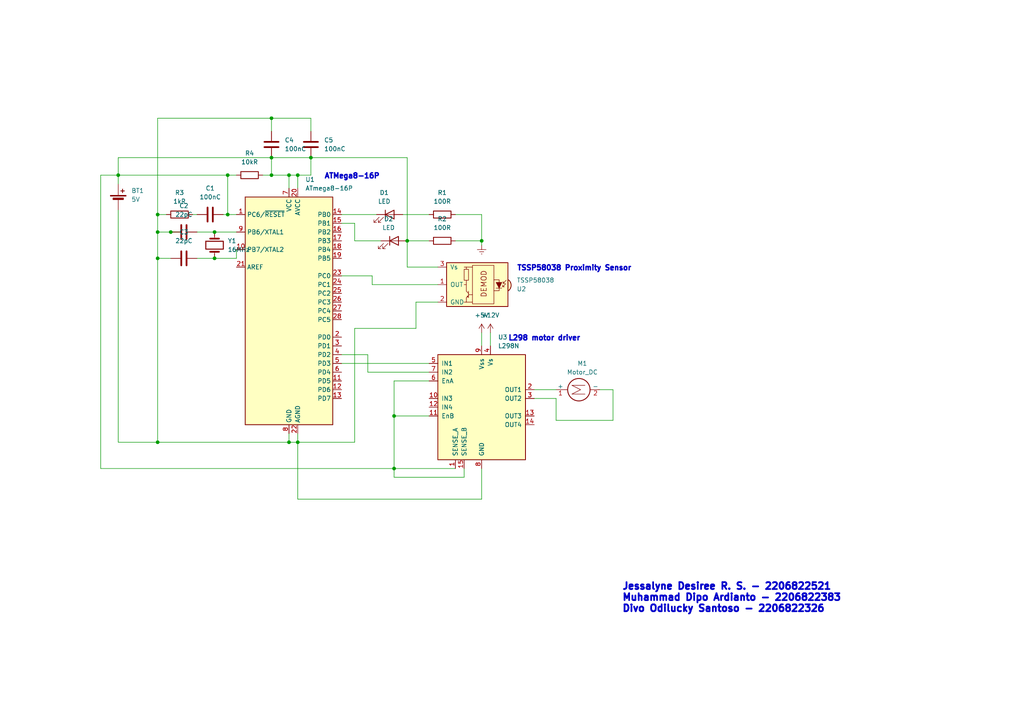
<source format=kicad_sch>
(kicad_sch (version 20230121) (generator eeschema)

  (uuid 4f50c671-eddd-4654-85c4-64ef96237951)

  (paper "A4")

  (lib_symbols
    (symbol "Device:Battery_Cell" (pin_numbers hide) (pin_names (offset 0) hide) (in_bom yes) (on_board yes)
      (property "Reference" "BT" (at 2.54 2.54 0)
        (effects (font (size 1.27 1.27)) (justify left))
      )
      (property "Value" "Battery_Cell" (at 2.54 0 0)
        (effects (font (size 1.27 1.27)) (justify left))
      )
      (property "Footprint" "" (at 0 1.524 90)
        (effects (font (size 1.27 1.27)) hide)
      )
      (property "Datasheet" "~" (at 0 1.524 90)
        (effects (font (size 1.27 1.27)) hide)
      )
      (property "ki_keywords" "battery cell" (at 0 0 0)
        (effects (font (size 1.27 1.27)) hide)
      )
      (property "ki_description" "Single-cell battery" (at 0 0 0)
        (effects (font (size 1.27 1.27)) hide)
      )
      (symbol "Battery_Cell_0_1"
        (rectangle (start -2.286 1.778) (end 2.286 1.524)
          (stroke (width 0) (type default))
          (fill (type outline))
        )
        (rectangle (start -1.524 1.016) (end 1.524 0.508)
          (stroke (width 0) (type default))
          (fill (type outline))
        )
        (polyline
          (pts
            (xy 0 0.762)
            (xy 0 0)
          )
          (stroke (width 0) (type default))
          (fill (type none))
        )
        (polyline
          (pts
            (xy 0 1.778)
            (xy 0 2.54)
          )
          (stroke (width 0) (type default))
          (fill (type none))
        )
        (polyline
          (pts
            (xy 0.762 3.048)
            (xy 1.778 3.048)
          )
          (stroke (width 0.254) (type default))
          (fill (type none))
        )
        (polyline
          (pts
            (xy 1.27 3.556)
            (xy 1.27 2.54)
          )
          (stroke (width 0.254) (type default))
          (fill (type none))
        )
      )
      (symbol "Battery_Cell_1_1"
        (pin passive line (at 0 5.08 270) (length 2.54)
          (name "+" (effects (font (size 1.27 1.27))))
          (number "1" (effects (font (size 1.27 1.27))))
        )
        (pin passive line (at 0 -2.54 90) (length 2.54)
          (name "-" (effects (font (size 1.27 1.27))))
          (number "2" (effects (font (size 1.27 1.27))))
        )
      )
    )
    (symbol "Device:C" (pin_numbers hide) (pin_names (offset 0.254)) (in_bom yes) (on_board yes)
      (property "Reference" "C" (at 0.635 2.54 0)
        (effects (font (size 1.27 1.27)) (justify left))
      )
      (property "Value" "C" (at 0.635 -2.54 0)
        (effects (font (size 1.27 1.27)) (justify left))
      )
      (property "Footprint" "" (at 0.9652 -3.81 0)
        (effects (font (size 1.27 1.27)) hide)
      )
      (property "Datasheet" "~" (at 0 0 0)
        (effects (font (size 1.27 1.27)) hide)
      )
      (property "ki_keywords" "cap capacitor" (at 0 0 0)
        (effects (font (size 1.27 1.27)) hide)
      )
      (property "ki_description" "Unpolarized capacitor" (at 0 0 0)
        (effects (font (size 1.27 1.27)) hide)
      )
      (property "ki_fp_filters" "C_*" (at 0 0 0)
        (effects (font (size 1.27 1.27)) hide)
      )
      (symbol "C_0_1"
        (polyline
          (pts
            (xy -2.032 -0.762)
            (xy 2.032 -0.762)
          )
          (stroke (width 0.508) (type default))
          (fill (type none))
        )
        (polyline
          (pts
            (xy -2.032 0.762)
            (xy 2.032 0.762)
          )
          (stroke (width 0.508) (type default))
          (fill (type none))
        )
      )
      (symbol "C_1_1"
        (pin passive line (at 0 3.81 270) (length 2.794)
          (name "~" (effects (font (size 1.27 1.27))))
          (number "1" (effects (font (size 1.27 1.27))))
        )
        (pin passive line (at 0 -3.81 90) (length 2.794)
          (name "~" (effects (font (size 1.27 1.27))))
          (number "2" (effects (font (size 1.27 1.27))))
        )
      )
    )
    (symbol "Device:Crystal" (pin_numbers hide) (pin_names (offset 1.016) hide) (in_bom yes) (on_board yes)
      (property "Reference" "Y" (at 0 3.81 0)
        (effects (font (size 1.27 1.27)))
      )
      (property "Value" "Crystal" (at 0 -3.81 0)
        (effects (font (size 1.27 1.27)))
      )
      (property "Footprint" "" (at 0 0 0)
        (effects (font (size 1.27 1.27)) hide)
      )
      (property "Datasheet" "~" (at 0 0 0)
        (effects (font (size 1.27 1.27)) hide)
      )
      (property "ki_keywords" "quartz ceramic resonator oscillator" (at 0 0 0)
        (effects (font (size 1.27 1.27)) hide)
      )
      (property "ki_description" "Two pin crystal" (at 0 0 0)
        (effects (font (size 1.27 1.27)) hide)
      )
      (property "ki_fp_filters" "Crystal*" (at 0 0 0)
        (effects (font (size 1.27 1.27)) hide)
      )
      (symbol "Crystal_0_1"
        (rectangle (start -1.143 2.54) (end 1.143 -2.54)
          (stroke (width 0.3048) (type default))
          (fill (type none))
        )
        (polyline
          (pts
            (xy -2.54 0)
            (xy -1.905 0)
          )
          (stroke (width 0) (type default))
          (fill (type none))
        )
        (polyline
          (pts
            (xy -1.905 -1.27)
            (xy -1.905 1.27)
          )
          (stroke (width 0.508) (type default))
          (fill (type none))
        )
        (polyline
          (pts
            (xy 1.905 -1.27)
            (xy 1.905 1.27)
          )
          (stroke (width 0.508) (type default))
          (fill (type none))
        )
        (polyline
          (pts
            (xy 2.54 0)
            (xy 1.905 0)
          )
          (stroke (width 0) (type default))
          (fill (type none))
        )
      )
      (symbol "Crystal_1_1"
        (pin passive line (at -3.81 0 0) (length 1.27)
          (name "1" (effects (font (size 1.27 1.27))))
          (number "1" (effects (font (size 1.27 1.27))))
        )
        (pin passive line (at 3.81 0 180) (length 1.27)
          (name "2" (effects (font (size 1.27 1.27))))
          (number "2" (effects (font (size 1.27 1.27))))
        )
      )
    )
    (symbol "Device:LED" (pin_numbers hide) (pin_names (offset 1.016) hide) (in_bom yes) (on_board yes)
      (property "Reference" "D" (at 0 2.54 0)
        (effects (font (size 1.27 1.27)))
      )
      (property "Value" "LED" (at 0 -2.54 0)
        (effects (font (size 1.27 1.27)))
      )
      (property "Footprint" "" (at 0 0 0)
        (effects (font (size 1.27 1.27)) hide)
      )
      (property "Datasheet" "~" (at 0 0 0)
        (effects (font (size 1.27 1.27)) hide)
      )
      (property "ki_keywords" "LED diode" (at 0 0 0)
        (effects (font (size 1.27 1.27)) hide)
      )
      (property "ki_description" "Light emitting diode" (at 0 0 0)
        (effects (font (size 1.27 1.27)) hide)
      )
      (property "ki_fp_filters" "LED* LED_SMD:* LED_THT:*" (at 0 0 0)
        (effects (font (size 1.27 1.27)) hide)
      )
      (symbol "LED_0_1"
        (polyline
          (pts
            (xy -1.27 -1.27)
            (xy -1.27 1.27)
          )
          (stroke (width 0.254) (type default))
          (fill (type none))
        )
        (polyline
          (pts
            (xy -1.27 0)
            (xy 1.27 0)
          )
          (stroke (width 0) (type default))
          (fill (type none))
        )
        (polyline
          (pts
            (xy 1.27 -1.27)
            (xy 1.27 1.27)
            (xy -1.27 0)
            (xy 1.27 -1.27)
          )
          (stroke (width 0.254) (type default))
          (fill (type none))
        )
        (polyline
          (pts
            (xy -3.048 -0.762)
            (xy -4.572 -2.286)
            (xy -3.81 -2.286)
            (xy -4.572 -2.286)
            (xy -4.572 -1.524)
          )
          (stroke (width 0) (type default))
          (fill (type none))
        )
        (polyline
          (pts
            (xy -1.778 -0.762)
            (xy -3.302 -2.286)
            (xy -2.54 -2.286)
            (xy -3.302 -2.286)
            (xy -3.302 -1.524)
          )
          (stroke (width 0) (type default))
          (fill (type none))
        )
      )
      (symbol "LED_1_1"
        (pin passive line (at -3.81 0 0) (length 2.54)
          (name "K" (effects (font (size 1.27 1.27))))
          (number "1" (effects (font (size 1.27 1.27))))
        )
        (pin passive line (at 3.81 0 180) (length 2.54)
          (name "A" (effects (font (size 1.27 1.27))))
          (number "2" (effects (font (size 1.27 1.27))))
        )
      )
    )
    (symbol "Device:R" (pin_numbers hide) (pin_names (offset 0)) (in_bom yes) (on_board yes)
      (property "Reference" "R" (at 2.032 0 90)
        (effects (font (size 1.27 1.27)))
      )
      (property "Value" "R" (at 0 0 90)
        (effects (font (size 1.27 1.27)))
      )
      (property "Footprint" "" (at -1.778 0 90)
        (effects (font (size 1.27 1.27)) hide)
      )
      (property "Datasheet" "~" (at 0 0 0)
        (effects (font (size 1.27 1.27)) hide)
      )
      (property "ki_keywords" "R res resistor" (at 0 0 0)
        (effects (font (size 1.27 1.27)) hide)
      )
      (property "ki_description" "Resistor" (at 0 0 0)
        (effects (font (size 1.27 1.27)) hide)
      )
      (property "ki_fp_filters" "R_*" (at 0 0 0)
        (effects (font (size 1.27 1.27)) hide)
      )
      (symbol "R_0_1"
        (rectangle (start -1.016 -2.54) (end 1.016 2.54)
          (stroke (width 0.254) (type default))
          (fill (type none))
        )
      )
      (symbol "R_1_1"
        (pin passive line (at 0 3.81 270) (length 1.27)
          (name "~" (effects (font (size 1.27 1.27))))
          (number "1" (effects (font (size 1.27 1.27))))
        )
        (pin passive line (at 0 -3.81 90) (length 1.27)
          (name "~" (effects (font (size 1.27 1.27))))
          (number "2" (effects (font (size 1.27 1.27))))
        )
      )
    )
    (symbol "Driver_Motor:L298N" (pin_names (offset 1.016)) (in_bom yes) (on_board yes)
      (property "Reference" "U" (at -10.16 16.51 0)
        (effects (font (size 1.27 1.27)) (justify right))
      )
      (property "Value" "L298N" (at 12.7 16.51 0)
        (effects (font (size 1.27 1.27)) (justify right))
      )
      (property "Footprint" "Package_TO_SOT_THT:TO-220-15_P2.54x2.54mm_StaggerOdd_Lead4.58mm_Vertical" (at 1.27 -16.51 0)
        (effects (font (size 1.27 1.27)) (justify left) hide)
      )
      (property "Datasheet" "http://www.st.com/st-web-ui/static/active/en/resource/technical/document/datasheet/CD00000240.pdf" (at 3.81 6.35 0)
        (effects (font (size 1.27 1.27)) hide)
      )
      (property "ki_keywords" "H-bridge motor driver" (at 0 0 0)
        (effects (font (size 1.27 1.27)) hide)
      )
      (property "ki_description" "Dual full bridge motor driver, up to 46V, 4A, Multiwatt15-V" (at 0 0 0)
        (effects (font (size 1.27 1.27)) hide)
      )
      (property "ki_fp_filters" "TO?220*StaggerOdd*Vertical*" (at 0 0 0)
        (effects (font (size 1.27 1.27)) hide)
      )
      (symbol "L298N_0_1"
        (rectangle (start -12.7 15.24) (end 12.7 -15.24)
          (stroke (width 0.254) (type default))
          (fill (type background))
        )
      )
      (symbol "L298N_1_1"
        (pin power_in line (at -7.62 -17.78 90) (length 2.54)
          (name "SENSE_A" (effects (font (size 1.27 1.27))))
          (number "1" (effects (font (size 1.27 1.27))))
        )
        (pin input line (at -15.24 2.54 0) (length 2.54)
          (name "IN3" (effects (font (size 1.27 1.27))))
          (number "10" (effects (font (size 1.27 1.27))))
        )
        (pin input line (at -15.24 -2.54 0) (length 2.54)
          (name "EnB" (effects (font (size 1.27 1.27))))
          (number "11" (effects (font (size 1.27 1.27))))
        )
        (pin input line (at -15.24 0 0) (length 2.54)
          (name "IN4" (effects (font (size 1.27 1.27))))
          (number "12" (effects (font (size 1.27 1.27))))
        )
        (pin output line (at 15.24 -2.54 180) (length 2.54)
          (name "OUT3" (effects (font (size 1.27 1.27))))
          (number "13" (effects (font (size 1.27 1.27))))
        )
        (pin output line (at 15.24 -5.08 180) (length 2.54)
          (name "OUT4" (effects (font (size 1.27 1.27))))
          (number "14" (effects (font (size 1.27 1.27))))
        )
        (pin power_in line (at -5.08 -17.78 90) (length 2.54)
          (name "SENSE_B" (effects (font (size 1.27 1.27))))
          (number "15" (effects (font (size 1.27 1.27))))
        )
        (pin output line (at 15.24 5.08 180) (length 2.54)
          (name "OUT1" (effects (font (size 1.27 1.27))))
          (number "2" (effects (font (size 1.27 1.27))))
        )
        (pin output line (at 15.24 2.54 180) (length 2.54)
          (name "OUT2" (effects (font (size 1.27 1.27))))
          (number "3" (effects (font (size 1.27 1.27))))
        )
        (pin power_in line (at 2.54 17.78 270) (length 2.54)
          (name "Vs" (effects (font (size 1.27 1.27))))
          (number "4" (effects (font (size 1.27 1.27))))
        )
        (pin input line (at -15.24 12.7 0) (length 2.54)
          (name "IN1" (effects (font (size 1.27 1.27))))
          (number "5" (effects (font (size 1.27 1.27))))
        )
        (pin input line (at -15.24 7.62 0) (length 2.54)
          (name "EnA" (effects (font (size 1.27 1.27))))
          (number "6" (effects (font (size 1.27 1.27))))
        )
        (pin input line (at -15.24 10.16 0) (length 2.54)
          (name "IN2" (effects (font (size 1.27 1.27))))
          (number "7" (effects (font (size 1.27 1.27))))
        )
        (pin power_in line (at 0 -17.78 90) (length 2.54)
          (name "GND" (effects (font (size 1.27 1.27))))
          (number "8" (effects (font (size 1.27 1.27))))
        )
        (pin power_in line (at 0 17.78 270) (length 2.54)
          (name "Vss" (effects (font (size 1.27 1.27))))
          (number "9" (effects (font (size 1.27 1.27))))
        )
      )
    )
    (symbol "MCU_Microchip_ATmega:ATmega8-16P" (in_bom yes) (on_board yes)
      (property "Reference" "U" (at -12.7 34.29 0)
        (effects (font (size 1.27 1.27)) (justify left bottom))
      )
      (property "Value" "ATmega8-16P" (at 5.08 -34.29 0)
        (effects (font (size 1.27 1.27)) (justify left top))
      )
      (property "Footprint" "Package_DIP:DIP-28_W7.62mm" (at 0 0 0)
        (effects (font (size 1.27 1.27) italic) hide)
      )
      (property "Datasheet" "http://ww1.microchip.com/downloads/en/DeviceDoc/atmel-2486-8-bit-avr-microcontroller-atmega8_l_datasheet.pdf" (at 0 0 0)
        (effects (font (size 1.27 1.27)) hide)
      )
      (property "ki_keywords" "AVR 8bit Microcontroller MegaAVR" (at 0 0 0)
        (effects (font (size 1.27 1.27)) hide)
      )
      (property "ki_description" "16MHz, 8kB Flash, 1kB SRAM, 512B EEPROM, DIP-28" (at 0 0 0)
        (effects (font (size 1.27 1.27)) hide)
      )
      (property "ki_fp_filters" "DIP*W7.62mm*" (at 0 0 0)
        (effects (font (size 1.27 1.27)) hide)
      )
      (symbol "ATmega8-16P_0_1"
        (rectangle (start -12.7 -33.02) (end 12.7 33.02)
          (stroke (width 0.254) (type default))
          (fill (type background))
        )
      )
      (symbol "ATmega8-16P_1_1"
        (pin bidirectional line (at -15.24 27.94 0) (length 2.54)
          (name "PC6/~{RESET}" (effects (font (size 1.27 1.27))))
          (number "1" (effects (font (size 1.27 1.27))))
        )
        (pin bidirectional line (at -15.24 17.78 0) (length 2.54)
          (name "PB7/XTAL2" (effects (font (size 1.27 1.27))))
          (number "10" (effects (font (size 1.27 1.27))))
        )
        (pin bidirectional line (at 15.24 -20.32 180) (length 2.54)
          (name "PD5" (effects (font (size 1.27 1.27))))
          (number "11" (effects (font (size 1.27 1.27))))
        )
        (pin bidirectional line (at 15.24 -22.86 180) (length 2.54)
          (name "PD6" (effects (font (size 1.27 1.27))))
          (number "12" (effects (font (size 1.27 1.27))))
        )
        (pin bidirectional line (at 15.24 -25.4 180) (length 2.54)
          (name "PD7" (effects (font (size 1.27 1.27))))
          (number "13" (effects (font (size 1.27 1.27))))
        )
        (pin bidirectional line (at 15.24 27.94 180) (length 2.54)
          (name "PB0" (effects (font (size 1.27 1.27))))
          (number "14" (effects (font (size 1.27 1.27))))
        )
        (pin bidirectional line (at 15.24 25.4 180) (length 2.54)
          (name "PB1" (effects (font (size 1.27 1.27))))
          (number "15" (effects (font (size 1.27 1.27))))
        )
        (pin bidirectional line (at 15.24 22.86 180) (length 2.54)
          (name "PB2" (effects (font (size 1.27 1.27))))
          (number "16" (effects (font (size 1.27 1.27))))
        )
        (pin bidirectional line (at 15.24 20.32 180) (length 2.54)
          (name "PB3" (effects (font (size 1.27 1.27))))
          (number "17" (effects (font (size 1.27 1.27))))
        )
        (pin bidirectional line (at 15.24 17.78 180) (length 2.54)
          (name "PB4" (effects (font (size 1.27 1.27))))
          (number "18" (effects (font (size 1.27 1.27))))
        )
        (pin bidirectional line (at 15.24 15.24 180) (length 2.54)
          (name "PB5" (effects (font (size 1.27 1.27))))
          (number "19" (effects (font (size 1.27 1.27))))
        )
        (pin bidirectional line (at 15.24 -7.62 180) (length 2.54)
          (name "PD0" (effects (font (size 1.27 1.27))))
          (number "2" (effects (font (size 1.27 1.27))))
        )
        (pin power_in line (at 2.54 35.56 270) (length 2.54)
          (name "AVCC" (effects (font (size 1.27 1.27))))
          (number "20" (effects (font (size 1.27 1.27))))
        )
        (pin passive line (at -15.24 12.7 0) (length 2.54)
          (name "AREF" (effects (font (size 1.27 1.27))))
          (number "21" (effects (font (size 1.27 1.27))))
        )
        (pin power_in line (at 2.54 -35.56 90) (length 2.54)
          (name "AGND" (effects (font (size 1.27 1.27))))
          (number "22" (effects (font (size 1.27 1.27))))
        )
        (pin bidirectional line (at 15.24 10.16 180) (length 2.54)
          (name "PC0" (effects (font (size 1.27 1.27))))
          (number "23" (effects (font (size 1.27 1.27))))
        )
        (pin bidirectional line (at 15.24 7.62 180) (length 2.54)
          (name "PC1" (effects (font (size 1.27 1.27))))
          (number "24" (effects (font (size 1.27 1.27))))
        )
        (pin bidirectional line (at 15.24 5.08 180) (length 2.54)
          (name "PC2" (effects (font (size 1.27 1.27))))
          (number "25" (effects (font (size 1.27 1.27))))
        )
        (pin bidirectional line (at 15.24 2.54 180) (length 2.54)
          (name "PC3" (effects (font (size 1.27 1.27))))
          (number "26" (effects (font (size 1.27 1.27))))
        )
        (pin bidirectional line (at 15.24 0 180) (length 2.54)
          (name "PC4" (effects (font (size 1.27 1.27))))
          (number "27" (effects (font (size 1.27 1.27))))
        )
        (pin bidirectional line (at 15.24 -2.54 180) (length 2.54)
          (name "PC5" (effects (font (size 1.27 1.27))))
          (number "28" (effects (font (size 1.27 1.27))))
        )
        (pin bidirectional line (at 15.24 -10.16 180) (length 2.54)
          (name "PD1" (effects (font (size 1.27 1.27))))
          (number "3" (effects (font (size 1.27 1.27))))
        )
        (pin bidirectional line (at 15.24 -12.7 180) (length 2.54)
          (name "PD2" (effects (font (size 1.27 1.27))))
          (number "4" (effects (font (size 1.27 1.27))))
        )
        (pin bidirectional line (at 15.24 -15.24 180) (length 2.54)
          (name "PD3" (effects (font (size 1.27 1.27))))
          (number "5" (effects (font (size 1.27 1.27))))
        )
        (pin bidirectional line (at 15.24 -17.78 180) (length 2.54)
          (name "PD4" (effects (font (size 1.27 1.27))))
          (number "6" (effects (font (size 1.27 1.27))))
        )
        (pin power_in line (at 0 35.56 270) (length 2.54)
          (name "VCC" (effects (font (size 1.27 1.27))))
          (number "7" (effects (font (size 1.27 1.27))))
        )
        (pin power_in line (at 0 -35.56 90) (length 2.54)
          (name "GND" (effects (font (size 1.27 1.27))))
          (number "8" (effects (font (size 1.27 1.27))))
        )
        (pin bidirectional line (at -15.24 22.86 0) (length 2.54)
          (name "PB6/XTAL1" (effects (font (size 1.27 1.27))))
          (number "9" (effects (font (size 1.27 1.27))))
        )
      )
    )
    (symbol "Motor:Motor_DC" (pin_names (offset 0)) (in_bom yes) (on_board yes)
      (property "Reference" "M" (at 2.54 2.54 0)
        (effects (font (size 1.27 1.27)) (justify left))
      )
      (property "Value" "Motor_DC" (at 2.54 -5.08 0)
        (effects (font (size 1.27 1.27)) (justify left top))
      )
      (property "Footprint" "" (at 0 -2.286 0)
        (effects (font (size 1.27 1.27)) hide)
      )
      (property "Datasheet" "~" (at 0 -2.286 0)
        (effects (font (size 1.27 1.27)) hide)
      )
      (property "ki_keywords" "DC Motor" (at 0 0 0)
        (effects (font (size 1.27 1.27)) hide)
      )
      (property "ki_description" "DC Motor" (at 0 0 0)
        (effects (font (size 1.27 1.27)) hide)
      )
      (property "ki_fp_filters" "PinHeader*P2.54mm* TerminalBlock*" (at 0 0 0)
        (effects (font (size 1.27 1.27)) hide)
      )
      (symbol "Motor_DC_0_0"
        (polyline
          (pts
            (xy -1.27 -3.302)
            (xy -1.27 0.508)
            (xy 0 -2.032)
            (xy 1.27 0.508)
            (xy 1.27 -3.302)
          )
          (stroke (width 0) (type default))
          (fill (type none))
        )
      )
      (symbol "Motor_DC_0_1"
        (circle (center 0 -1.524) (radius 3.2512)
          (stroke (width 0.254) (type default))
          (fill (type none))
        )
        (polyline
          (pts
            (xy 0 -7.62)
            (xy 0 -7.112)
          )
          (stroke (width 0) (type default))
          (fill (type none))
        )
        (polyline
          (pts
            (xy 0 -4.7752)
            (xy 0 -5.1816)
          )
          (stroke (width 0) (type default))
          (fill (type none))
        )
        (polyline
          (pts
            (xy 0 1.7272)
            (xy 0 2.0828)
          )
          (stroke (width 0) (type default))
          (fill (type none))
        )
        (polyline
          (pts
            (xy 0 2.032)
            (xy 0 2.54)
          )
          (stroke (width 0) (type default))
          (fill (type none))
        )
      )
      (symbol "Motor_DC_1_1"
        (pin passive line (at 0 5.08 270) (length 2.54)
          (name "+" (effects (font (size 1.27 1.27))))
          (number "1" (effects (font (size 1.27 1.27))))
        )
        (pin passive line (at 0 -7.62 90) (length 2.54)
          (name "-" (effects (font (size 1.27 1.27))))
          (number "2" (effects (font (size 1.27 1.27))))
        )
      )
    )
    (symbol "Sensor_Proximity:TSSP58038" (pin_names (offset 1.016)) (in_bom yes) (on_board yes)
      (property "Reference" "U" (at -10.16 7.62 0)
        (effects (font (size 1.27 1.27)) (justify left))
      )
      (property "Value" "TSSP58038" (at -10.16 -7.62 0)
        (effects (font (size 1.27 1.27)) (justify left))
      )
      (property "Footprint" "OptoDevice:Vishay_MINICAST-3Pin" (at -1.27 -9.525 0)
        (effects (font (size 1.27 1.27)) hide)
      )
      (property "Datasheet" "http://www.vishay.com/docs/82476/tssp58p38.pdf" (at 16.51 7.62 0)
        (effects (font (size 1.27 1.27)) hide)
      )
      (property "ki_keywords" "opto IR receiver proximity sensor" (at 0 0 0)
        (effects (font (size 1.27 1.27)) hide)
      )
      (property "ki_description" "IR Detector for Mid Range Proximity Sensor" (at 0 0 0)
        (effects (font (size 1.27 1.27)) hide)
      )
      (property "ki_fp_filters" "Vishay*MINICAST*" (at 0 0 0)
        (effects (font (size 1.27 1.27)) hide)
      )
      (symbol "TSSP58038_0_0"
        (arc (start -10.287 1.397) (mid -11.0899 -0.1852) (end -10.287 -1.778)
          (stroke (width 0.254) (type default))
          (fill (type background))
        )
        (polyline
          (pts
            (xy 1.905 -5.08)
            (xy 0.127 -5.08)
          )
          (stroke (width 0) (type default))
          (fill (type none))
        )
        (polyline
          (pts
            (xy 1.905 5.08)
            (xy 0.127 5.08)
          )
          (stroke (width 0) (type default))
          (fill (type none))
        )
        (text "DEMOD" (at -3.175 0.254 900)
          (effects (font (size 1.524 1.524)))
        )
      )
      (symbol "TSSP58038_0_1"
        (rectangle (start -6.096 5.588) (end 0.127 -5.588)
          (stroke (width 0) (type default))
          (fill (type none))
        )
        (polyline
          (pts
            (xy -8.763 0.381)
            (xy -9.652 1.27)
          )
          (stroke (width 0) (type default))
          (fill (type none))
        )
        (polyline
          (pts
            (xy -8.763 0.381)
            (xy -9.271 0.381)
          )
          (stroke (width 0) (type default))
          (fill (type none))
        )
        (polyline
          (pts
            (xy -8.763 0.381)
            (xy -8.763 0.889)
          )
          (stroke (width 0) (type default))
          (fill (type none))
        )
        (polyline
          (pts
            (xy -8.636 -0.635)
            (xy -9.525 0.254)
          )
          (stroke (width 0) (type default))
          (fill (type none))
        )
        (polyline
          (pts
            (xy -8.636 -0.635)
            (xy -9.144 -0.635)
          )
          (stroke (width 0) (type default))
          (fill (type none))
        )
        (polyline
          (pts
            (xy -8.636 -0.635)
            (xy -8.636 -0.127)
          )
          (stroke (width 0) (type default))
          (fill (type none))
        )
        (polyline
          (pts
            (xy -8.382 -1.016)
            (xy -6.731 -1.016)
          )
          (stroke (width 0) (type default))
          (fill (type none))
        )
        (polyline
          (pts
            (xy 1.27 -2.921)
            (xy 0.127 -2.921)
          )
          (stroke (width 0) (type default))
          (fill (type none))
        )
        (polyline
          (pts
            (xy 1.27 -1.905)
            (xy 1.27 -3.81)
          )
          (stroke (width 0) (type default))
          (fill (type none))
        )
        (polyline
          (pts
            (xy 1.397 -3.556)
            (xy 1.524 -3.556)
          )
          (stroke (width 0) (type default))
          (fill (type none))
        )
        (polyline
          (pts
            (xy 1.651 -3.556)
            (xy 1.524 -3.556)
          )
          (stroke (width 0) (type default))
          (fill (type none))
        )
        (polyline
          (pts
            (xy 1.651 -3.556)
            (xy 1.651 -3.302)
          )
          (stroke (width 0) (type default))
          (fill (type none))
        )
        (polyline
          (pts
            (xy 1.905 0)
            (xy 1.905 1.27)
          )
          (stroke (width 0) (type default))
          (fill (type none))
        )
        (polyline
          (pts
            (xy 1.905 4.445)
            (xy 1.905 5.08)
            (xy 2.54 5.08)
          )
          (stroke (width 0) (type default))
          (fill (type none))
        )
        (polyline
          (pts
            (xy -8.382 0.635)
            (xy -6.731 0.635)
            (xy -7.62 -1.016)
            (xy -8.382 0.635)
          )
          (stroke (width 0) (type default))
          (fill (type outline))
        )
        (polyline
          (pts
            (xy -6.096 1.397)
            (xy -7.62 1.397)
            (xy -7.62 -1.778)
            (xy -6.096 -1.778)
          )
          (stroke (width 0) (type default))
          (fill (type none))
        )
        (polyline
          (pts
            (xy 1.27 -3.175)
            (xy 1.905 -3.81)
            (xy 1.905 -5.08)
            (xy 2.54 -5.08)
          )
          (stroke (width 0) (type default))
          (fill (type none))
        )
        (polyline
          (pts
            (xy 1.27 -2.54)
            (xy 1.905 -1.905)
            (xy 1.905 0)
            (xy 2.54 0)
          )
          (stroke (width 0) (type default))
          (fill (type none))
        )
        (rectangle (start 2.54 1.27) (end 1.27 4.445)
          (stroke (width 0) (type default))
          (fill (type none))
        )
        (rectangle (start 7.62 6.35) (end -10.16 -6.35)
          (stroke (width 0.254) (type default))
          (fill (type background))
        )
      )
      (symbol "TSSP58038_1_1"
        (pin output line (at 10.16 0 180) (length 2.54)
          (name "OUT" (effects (font (size 1.27 1.27))))
          (number "1" (effects (font (size 1.27 1.27))))
        )
        (pin power_in line (at 10.16 -5.08 180) (length 2.54)
          (name "GND" (effects (font (size 1.27 1.27))))
          (number "2" (effects (font (size 1.27 1.27))))
        )
        (pin power_in line (at 10.16 5.08 180) (length 2.54)
          (name "Vs" (effects (font (size 1.27 1.27))))
          (number "3" (effects (font (size 1.27 1.27))))
        )
      )
    )
    (symbol "power:+12V" (power) (pin_names (offset 0)) (in_bom yes) (on_board yes)
      (property "Reference" "#PWR" (at 0 -3.81 0)
        (effects (font (size 1.27 1.27)) hide)
      )
      (property "Value" "+12V" (at 0 3.556 0)
        (effects (font (size 1.27 1.27)))
      )
      (property "Footprint" "" (at 0 0 0)
        (effects (font (size 1.27 1.27)) hide)
      )
      (property "Datasheet" "" (at 0 0 0)
        (effects (font (size 1.27 1.27)) hide)
      )
      (property "ki_keywords" "global power" (at 0 0 0)
        (effects (font (size 1.27 1.27)) hide)
      )
      (property "ki_description" "Power symbol creates a global label with name \"+12V\"" (at 0 0 0)
        (effects (font (size 1.27 1.27)) hide)
      )
      (symbol "+12V_0_1"
        (polyline
          (pts
            (xy -0.762 1.27)
            (xy 0 2.54)
          )
          (stroke (width 0) (type default))
          (fill (type none))
        )
        (polyline
          (pts
            (xy 0 0)
            (xy 0 2.54)
          )
          (stroke (width 0) (type default))
          (fill (type none))
        )
        (polyline
          (pts
            (xy 0 2.54)
            (xy 0.762 1.27)
          )
          (stroke (width 0) (type default))
          (fill (type none))
        )
      )
      (symbol "+12V_1_1"
        (pin power_in line (at 0 0 90) (length 0) hide
          (name "+12V" (effects (font (size 1.27 1.27))))
          (number "1" (effects (font (size 1.27 1.27))))
        )
      )
    )
    (symbol "power:+5V" (power) (pin_names (offset 0)) (in_bom yes) (on_board yes)
      (property "Reference" "#PWR" (at 0 -3.81 0)
        (effects (font (size 1.27 1.27)) hide)
      )
      (property "Value" "+5V" (at 0 3.556 0)
        (effects (font (size 1.27 1.27)))
      )
      (property "Footprint" "" (at 0 0 0)
        (effects (font (size 1.27 1.27)) hide)
      )
      (property "Datasheet" "" (at 0 0 0)
        (effects (font (size 1.27 1.27)) hide)
      )
      (property "ki_keywords" "global power" (at 0 0 0)
        (effects (font (size 1.27 1.27)) hide)
      )
      (property "ki_description" "Power symbol creates a global label with name \"+5V\"" (at 0 0 0)
        (effects (font (size 1.27 1.27)) hide)
      )
      (symbol "+5V_0_1"
        (polyline
          (pts
            (xy -0.762 1.27)
            (xy 0 2.54)
          )
          (stroke (width 0) (type default))
          (fill (type none))
        )
        (polyline
          (pts
            (xy 0 0)
            (xy 0 2.54)
          )
          (stroke (width 0) (type default))
          (fill (type none))
        )
        (polyline
          (pts
            (xy 0 2.54)
            (xy 0.762 1.27)
          )
          (stroke (width 0) (type default))
          (fill (type none))
        )
      )
      (symbol "+5V_1_1"
        (pin power_in line (at 0 0 90) (length 0) hide
          (name "+5V" (effects (font (size 1.27 1.27))))
          (number "1" (effects (font (size 1.27 1.27))))
        )
      )
    )
    (symbol "power:Earth" (power) (pin_names (offset 0)) (in_bom yes) (on_board yes)
      (property "Reference" "#PWR" (at 0 -6.35 0)
        (effects (font (size 1.27 1.27)) hide)
      )
      (property "Value" "Earth" (at 0 -3.81 0)
        (effects (font (size 1.27 1.27)) hide)
      )
      (property "Footprint" "" (at 0 0 0)
        (effects (font (size 1.27 1.27)) hide)
      )
      (property "Datasheet" "~" (at 0 0 0)
        (effects (font (size 1.27 1.27)) hide)
      )
      (property "ki_keywords" "global ground gnd" (at 0 0 0)
        (effects (font (size 1.27 1.27)) hide)
      )
      (property "ki_description" "Power symbol creates a global label with name \"Earth\"" (at 0 0 0)
        (effects (font (size 1.27 1.27)) hide)
      )
      (symbol "Earth_0_1"
        (polyline
          (pts
            (xy -0.635 -1.905)
            (xy 0.635 -1.905)
          )
          (stroke (width 0) (type default))
          (fill (type none))
        )
        (polyline
          (pts
            (xy -0.127 -2.54)
            (xy 0.127 -2.54)
          )
          (stroke (width 0) (type default))
          (fill (type none))
        )
        (polyline
          (pts
            (xy 0 -1.27)
            (xy 0 0)
          )
          (stroke (width 0) (type default))
          (fill (type none))
        )
        (polyline
          (pts
            (xy 1.27 -1.27)
            (xy -1.27 -1.27)
          )
          (stroke (width 0) (type default))
          (fill (type none))
        )
      )
      (symbol "Earth_1_1"
        (pin power_in line (at 0 0 270) (length 0) hide
          (name "Earth" (effects (font (size 1.27 1.27))))
          (number "1" (effects (font (size 1.27 1.27))))
        )
      )
    )
  )

  (junction (at 45.72 74.93) (diameter 0) (color 0 0 0 0)
    (uuid 029608bb-b3ea-4749-8354-3fd2c11ca0ae)
  )
  (junction (at 86.36 128.27) (diameter 0) (color 0 0 0 0)
    (uuid 06ab1255-9022-4dda-bcec-ba959a4de10c)
  )
  (junction (at 139.7 69.85) (diameter 0) (color 0 0 0 0)
    (uuid 0804a880-c060-4cb2-ace6-533bca5c7125)
  )
  (junction (at 66.04 50.8) (diameter 0) (color 0 0 0 0)
    (uuid 08e6cc8b-e773-4aea-a8dc-3d4207e822db)
  )
  (junction (at 66.04 62.23) (diameter 0) (color 0 0 0 0)
    (uuid 0e7ef13d-118e-4e76-9b3d-ea8170da8a7a)
  )
  (junction (at 114.3 120.65) (diameter 0) (color 0 0 0 0)
    (uuid 264401f6-0321-41c6-8db6-3644ccd4478a)
  )
  (junction (at 78.74 50.8) (diameter 0) (color 0 0 0 0)
    (uuid 2cf449d1-8961-434b-aa48-6bc060e08fdd)
  )
  (junction (at 83.82 128.27) (diameter 0) (color 0 0 0 0)
    (uuid 3990d6f6-3e7e-48af-b496-9748f519b7aa)
  )
  (junction (at 118.11 69.85) (diameter 0) (color 0 0 0 0)
    (uuid 3f398b80-1106-439b-88fb-dbd0f2194eae)
  )
  (junction (at 90.17 45.72) (diameter 0) (color 0 0 0 0)
    (uuid 42c9d856-3247-4e38-8728-8cde2fe08890)
  )
  (junction (at 114.3 135.89) (diameter 0) (color 0 0 0 0)
    (uuid 4d843cfb-49a7-4f7c-a13a-600bda0b5975)
  )
  (junction (at 83.82 50.8) (diameter 0) (color 0 0 0 0)
    (uuid 58923d7e-d133-42c0-a606-f98f1d28cff7)
  )
  (junction (at 49.53 67.31) (diameter 0) (color 0 0 0 0)
    (uuid 6a8ada5c-7d4a-4f35-9608-cf9f17ea3c85)
  )
  (junction (at 45.72 67.31) (diameter 0) (color 0 0 0 0)
    (uuid 6e12b1f4-3b9e-4074-a0b4-4ce10b61d5f4)
  )
  (junction (at 62.23 67.31) (diameter 0) (color 0 0 0 0)
    (uuid 75ba6d4c-ddc0-4b17-8e1b-744d953a0a0f)
  )
  (junction (at 62.23 74.93) (diameter 0) (color 0 0 0 0)
    (uuid 91c6bd48-a592-4bd9-b91d-29b1be1459cd)
  )
  (junction (at 86.36 50.8) (diameter 0) (color 0 0 0 0)
    (uuid ac713ae2-8b47-4d77-8a4d-984a25b28b79)
  )
  (junction (at 34.29 50.8) (diameter 0) (color 0 0 0 0)
    (uuid b20843a9-3cf8-4f48-9886-33ec1edb337d)
  )
  (junction (at 78.74 34.29) (diameter 0) (color 0 0 0 0)
    (uuid c267d31c-cc88-444a-9f81-9d222964d3dc)
  )
  (junction (at 45.72 62.23) (diameter 0) (color 0 0 0 0)
    (uuid d6dd4d4f-b6d2-48fa-9202-b1e27d084085)
  )
  (junction (at 78.74 45.72) (diameter 0) (color 0 0 0 0)
    (uuid dd976ba7-af40-4675-96b1-08dd502b42e5)
  )
  (junction (at 45.72 128.27) (diameter 0) (color 0 0 0 0)
    (uuid efd750c1-eb70-4476-9e1b-e94ffb128008)
  )

  (wire (pts (xy 107.95 82.55) (xy 107.95 80.01))
    (stroke (width 0) (type default))
    (uuid 00a7be7c-6cad-4c14-a22b-ed4e06ce9388)
  )
  (wire (pts (xy 134.62 135.89) (xy 134.62 138.43))
    (stroke (width 0) (type default))
    (uuid 03ce267d-be4a-4134-b79f-8fffd5c05960)
  )
  (wire (pts (xy 139.7 69.85) (xy 139.7 71.12))
    (stroke (width 0) (type default))
    (uuid 09ccce81-8581-4b52-be09-31772cff90c0)
  )
  (wire (pts (xy 34.29 45.72) (xy 78.74 45.72))
    (stroke (width 0) (type default))
    (uuid 0af72165-5f40-4bd9-a0ad-446f58191b99)
  )
  (wire (pts (xy 90.17 45.72) (xy 118.11 45.72))
    (stroke (width 0) (type default))
    (uuid 0bb9f3f2-5796-4073-b92a-5f0051744410)
  )
  (wire (pts (xy 107.95 82.55) (xy 127 82.55))
    (stroke (width 0) (type default))
    (uuid 0bcf8e5d-7acf-4cb9-a2ba-0b065ca03f92)
  )
  (wire (pts (xy 45.72 62.23) (xy 45.72 67.31))
    (stroke (width 0) (type default))
    (uuid 1199a42a-ea80-4a02-ac83-26685a63f52c)
  )
  (wire (pts (xy 49.53 67.31) (xy 52.07 67.31))
    (stroke (width 0) (type default))
    (uuid 133af5b3-81e7-4d16-ba9e-bec9bd19676a)
  )
  (wire (pts (xy 57.15 67.31) (xy 62.23 67.31))
    (stroke (width 0) (type default))
    (uuid 1646b43d-b719-4c9d-bcb1-f80456018666)
  )
  (wire (pts (xy 62.23 67.31) (xy 68.58 67.31))
    (stroke (width 0) (type default))
    (uuid 1d4351ef-fe14-4745-9c13-41a70a7eae4b)
  )
  (wire (pts (xy 45.72 67.31) (xy 45.72 74.93))
    (stroke (width 0) (type default))
    (uuid 1dbcba7e-9c67-4056-8e73-1fc912680171)
  )
  (wire (pts (xy 132.08 62.23) (xy 139.7 62.23))
    (stroke (width 0) (type default))
    (uuid 1e613824-71a4-47c1-9e52-e23f8d76a282)
  )
  (wire (pts (xy 90.17 50.8) (xy 86.36 50.8))
    (stroke (width 0) (type default))
    (uuid 2191630c-87b8-4566-bdd9-172d82a77ad5)
  )
  (wire (pts (xy 127 77.47) (xy 118.11 77.47))
    (stroke (width 0) (type default))
    (uuid 21a19a23-b3f3-43ea-9b34-006e47b2353c)
  )
  (wire (pts (xy 114.3 138.43) (xy 114.3 135.89))
    (stroke (width 0) (type default))
    (uuid 29f93be9-1583-48dd-8bd5-442c4ffecc1d)
  )
  (wire (pts (xy 86.36 50.8) (xy 83.82 50.8))
    (stroke (width 0) (type default))
    (uuid 301ad552-e193-4e4b-9839-451b9e1de3f7)
  )
  (wire (pts (xy 86.36 128.27) (xy 83.82 128.27))
    (stroke (width 0) (type default))
    (uuid 30b2602c-7c05-4719-a4de-cb76b7856aca)
  )
  (wire (pts (xy 132.08 69.85) (xy 139.7 69.85))
    (stroke (width 0) (type default))
    (uuid 34a493ce-25fd-4751-a398-1f317ca668ce)
  )
  (wire (pts (xy 102.87 64.77) (xy 99.06 64.77))
    (stroke (width 0) (type default))
    (uuid 3a562d47-a988-4b10-a4ca-a95ab78fdf44)
  )
  (wire (pts (xy 45.72 34.29) (xy 78.74 34.29))
    (stroke (width 0) (type default))
    (uuid 3b1caa34-084e-4836-9d30-0c47c11e2909)
  )
  (wire (pts (xy 49.53 74.93) (xy 45.72 74.93))
    (stroke (width 0) (type default))
    (uuid 3dba231c-9d6b-4517-ae23-723f4769b000)
  )
  (wire (pts (xy 114.3 120.65) (xy 124.46 120.65))
    (stroke (width 0) (type default))
    (uuid 4665a5d8-908d-4b1e-becc-a6eb22e47c7d)
  )
  (wire (pts (xy 124.46 110.49) (xy 114.3 110.49))
    (stroke (width 0) (type default))
    (uuid 4681a4f4-01c6-4bdd-b9b8-0419bd0bc3bc)
  )
  (wire (pts (xy 107.95 80.01) (xy 99.06 80.01))
    (stroke (width 0) (type default))
    (uuid 4b104967-435f-4f61-ae79-b47f528acad6)
  )
  (wire (pts (xy 68.58 72.39) (xy 68.58 74.93))
    (stroke (width 0) (type default))
    (uuid 4b3bec83-fc52-4aca-93ec-1a47ae2ea836)
  )
  (wire (pts (xy 114.3 110.49) (xy 114.3 120.65))
    (stroke (width 0) (type default))
    (uuid 52cafe6b-1fff-40de-ae97-b510b6f9baa4)
  )
  (wire (pts (xy 99.06 105.41) (xy 124.46 105.41))
    (stroke (width 0) (type default))
    (uuid 559e5612-643f-4378-add9-03cf0b5086ef)
  )
  (wire (pts (xy 78.74 38.1) (xy 78.74 34.29))
    (stroke (width 0) (type default))
    (uuid 576671f1-bd01-4967-acb8-7b0b4fedf978)
  )
  (wire (pts (xy 99.06 62.23) (xy 109.22 62.23))
    (stroke (width 0) (type default))
    (uuid 57883092-b60d-4ce0-8f26-916e0eb928bc)
  )
  (wire (pts (xy 78.74 34.29) (xy 90.17 34.29))
    (stroke (width 0) (type default))
    (uuid 57956f4a-91c5-4060-9a6e-260861f92441)
  )
  (wire (pts (xy 68.58 50.8) (xy 66.04 50.8))
    (stroke (width 0) (type default))
    (uuid 5826afab-30c1-4975-a2c9-e8f3cb7e29df)
  )
  (wire (pts (xy 161.29 121.92) (xy 177.8 121.92))
    (stroke (width 0) (type default))
    (uuid 5b7e5367-6220-460c-875a-d5b80d1dd806)
  )
  (wire (pts (xy 161.29 115.57) (xy 161.29 121.92))
    (stroke (width 0) (type default))
    (uuid 611572aa-35e6-4b56-acf0-6a934202afa7)
  )
  (wire (pts (xy 78.74 45.72) (xy 90.17 45.72))
    (stroke (width 0) (type default))
    (uuid 61f269fd-56e6-4bf3-ac4e-17c436b5b53f)
  )
  (wire (pts (xy 127 87.63) (xy 120.65 87.63))
    (stroke (width 0) (type default))
    (uuid 62a5d1c3-9047-49e4-a0ef-43feeee2af66)
  )
  (wire (pts (xy 86.36 128.27) (xy 102.87 128.27))
    (stroke (width 0) (type default))
    (uuid 65a8364f-dc76-4d51-9516-a32fab0c4ebb)
  )
  (wire (pts (xy 139.7 62.23) (xy 139.7 69.85))
    (stroke (width 0) (type default))
    (uuid 66b0b9b6-5e90-40f7-8d4a-8c2637080ba7)
  )
  (wire (pts (xy 45.72 34.29) (xy 45.72 62.23))
    (stroke (width 0) (type default))
    (uuid 6751a668-5af4-4060-a53b-0cc3496307b2)
  )
  (wire (pts (xy 34.29 50.8) (xy 34.29 45.72))
    (stroke (width 0) (type default))
    (uuid 67cdbdd1-9607-49a9-abcd-64699d3512db)
  )
  (wire (pts (xy 102.87 69.85) (xy 102.87 64.77))
    (stroke (width 0) (type default))
    (uuid 683b6559-0e3d-473f-a5e2-b53e4cbca0c8)
  )
  (wire (pts (xy 106.68 102.87) (xy 99.06 102.87))
    (stroke (width 0) (type default))
    (uuid 7005e4bf-f964-42d5-942d-921fccc233f5)
  )
  (wire (pts (xy 34.29 128.27) (xy 45.72 128.27))
    (stroke (width 0) (type default))
    (uuid 770a8071-7056-4a58-ad8d-15a15d58e877)
  )
  (wire (pts (xy 86.36 50.8) (xy 86.36 54.61))
    (stroke (width 0) (type default))
    (uuid 77bccaa9-74ce-4a53-ab22-e9ada36a19c3)
  )
  (wire (pts (xy 34.29 50.8) (xy 66.04 50.8))
    (stroke (width 0) (type default))
    (uuid 79ebafa6-6c6f-4177-8245-fbe9784afa3a)
  )
  (wire (pts (xy 34.29 53.34) (xy 34.29 50.8))
    (stroke (width 0) (type default))
    (uuid 7bddfcf0-05c6-4ee4-9110-f95c20da18e7)
  )
  (wire (pts (xy 177.8 121.92) (xy 177.8 113.03))
    (stroke (width 0) (type default))
    (uuid 7ee671de-01fb-44ca-a99e-03121be0572f)
  )
  (wire (pts (xy 86.36 128.27) (xy 86.36 144.78))
    (stroke (width 0) (type default))
    (uuid 7f02d877-eb6e-4979-b2e9-0c3a6a699c7b)
  )
  (wire (pts (xy 102.87 95.25) (xy 120.65 95.25))
    (stroke (width 0) (type default))
    (uuid 84e45d99-d58c-4d25-b7f0-93f38cb555b1)
  )
  (wire (pts (xy 120.65 87.63) (xy 120.65 95.25))
    (stroke (width 0) (type default))
    (uuid 8ac2a5a5-6d19-43a9-bbeb-cefbb59b6ef7)
  )
  (wire (pts (xy 86.36 144.78) (xy 139.7 144.78))
    (stroke (width 0) (type default))
    (uuid 8b540597-88c7-4155-b274-1639882b75ec)
  )
  (wire (pts (xy 90.17 34.29) (xy 90.17 38.1))
    (stroke (width 0) (type default))
    (uuid 8cee6b15-73a2-45a4-885f-9c289d41668d)
  )
  (wire (pts (xy 49.53 67.31) (xy 45.72 67.31))
    (stroke (width 0) (type default))
    (uuid 8e893067-8f3e-4c80-9cde-bc665e5bbb68)
  )
  (wire (pts (xy 66.04 50.8) (xy 66.04 62.23))
    (stroke (width 0) (type default))
    (uuid 90cb7503-d287-4fd4-b1cf-71f4514519a7)
  )
  (wire (pts (xy 83.82 50.8) (xy 83.82 54.61))
    (stroke (width 0) (type default))
    (uuid 9103684a-ed5f-4793-bc7e-e0ef1f026863)
  )
  (wire (pts (xy 106.68 107.95) (xy 106.68 102.87))
    (stroke (width 0) (type default))
    (uuid 96b51c8d-4679-49d9-984f-93753e676d24)
  )
  (wire (pts (xy 177.8 113.03) (xy 173.99 113.03))
    (stroke (width 0) (type default))
    (uuid 9e042801-32bf-4998-bb16-536a7efa99de)
  )
  (wire (pts (xy 64.77 62.23) (xy 66.04 62.23))
    (stroke (width 0) (type default))
    (uuid a227afda-b988-4e8f-995f-0df3dc174e63)
  )
  (wire (pts (xy 154.94 113.03) (xy 161.29 113.03))
    (stroke (width 0) (type default))
    (uuid a4369035-3804-40e5-a96f-358ef19b6f1a)
  )
  (wire (pts (xy 29.21 135.89) (xy 114.3 135.89))
    (stroke (width 0) (type default))
    (uuid a76232d6-859e-439b-8dc0-68d0b76b8e07)
  )
  (wire (pts (xy 134.62 138.43) (xy 114.3 138.43))
    (stroke (width 0) (type default))
    (uuid aa2cec5d-2db4-4ead-b8ef-2fe5418b2e14)
  )
  (wire (pts (xy 66.04 62.23) (xy 68.58 62.23))
    (stroke (width 0) (type default))
    (uuid ad24b495-362a-44ce-b9f3-679f4c174b41)
  )
  (wire (pts (xy 139.7 96.52) (xy 139.7 100.33))
    (stroke (width 0) (type default))
    (uuid b15b4002-c476-4db8-840e-529683b6bf28)
  )
  (wire (pts (xy 83.82 128.27) (xy 83.82 125.73))
    (stroke (width 0) (type default))
    (uuid b225cd20-a1dc-438d-948e-662d94962cad)
  )
  (wire (pts (xy 48.26 62.23) (xy 45.72 62.23))
    (stroke (width 0) (type default))
    (uuid bc39921f-0388-4cf3-b5fa-05a14decf16c)
  )
  (wire (pts (xy 29.21 135.89) (xy 29.21 50.8))
    (stroke (width 0) (type default))
    (uuid bc73ab2b-b889-46f3-b255-39fcfb7d6d3e)
  )
  (wire (pts (xy 45.72 128.27) (xy 83.82 128.27))
    (stroke (width 0) (type default))
    (uuid be111865-1762-4fe6-bb41-6171cd8cd297)
  )
  (wire (pts (xy 86.36 125.73) (xy 86.36 128.27))
    (stroke (width 0) (type default))
    (uuid bf0c2771-bba4-4726-8793-b9b3e92ef13f)
  )
  (wire (pts (xy 57.15 74.93) (xy 62.23 74.93))
    (stroke (width 0) (type default))
    (uuid bfb1ce64-1360-48b0-9503-6eea22354153)
  )
  (wire (pts (xy 118.11 69.85) (xy 118.11 77.47))
    (stroke (width 0) (type default))
    (uuid c1c28fff-0088-49ca-a6f0-1a2794b53320)
  )
  (wire (pts (xy 34.29 60.96) (xy 34.29 128.27))
    (stroke (width 0) (type default))
    (uuid c6eb4477-f212-4742-acc9-f863fea2747f)
  )
  (wire (pts (xy 68.58 74.93) (xy 62.23 74.93))
    (stroke (width 0) (type default))
    (uuid ca32e10e-bf3a-42c6-a1d3-abca9a1649e7)
  )
  (wire (pts (xy 154.94 115.57) (xy 161.29 115.57))
    (stroke (width 0) (type default))
    (uuid d10b59d2-4ea7-48da-a05e-a88288cba65b)
  )
  (wire (pts (xy 55.88 62.23) (xy 57.15 62.23))
    (stroke (width 0) (type default))
    (uuid d5c504b8-a4bd-4bea-b0db-59da4850fc6d)
  )
  (wire (pts (xy 132.08 135.89) (xy 114.3 135.89))
    (stroke (width 0) (type default))
    (uuid d6e963a2-39f0-4a8f-98d6-4f46b1089076)
  )
  (wire (pts (xy 118.11 69.85) (xy 124.46 69.85))
    (stroke (width 0) (type default))
    (uuid d738d8c9-1e56-4c77-a53f-73263a1cb9c7)
  )
  (wire (pts (xy 118.11 45.72) (xy 118.11 69.85))
    (stroke (width 0) (type default))
    (uuid dafad764-5889-442d-83fc-d5c499f5576f)
  )
  (wire (pts (xy 29.21 50.8) (xy 34.29 50.8))
    (stroke (width 0) (type default))
    (uuid db6fd7da-e38f-4866-8cb8-36c8a95a181d)
  )
  (wire (pts (xy 102.87 128.27) (xy 102.87 95.25))
    (stroke (width 0) (type default))
    (uuid db7453ab-a084-446c-b1ed-6b8335ee5ce3)
  )
  (wire (pts (xy 114.3 120.65) (xy 114.3 135.89))
    (stroke (width 0) (type default))
    (uuid dd05a6ce-4202-466c-8d12-c995f516220a)
  )
  (wire (pts (xy 139.7 135.89) (xy 139.7 144.78))
    (stroke (width 0) (type default))
    (uuid dd576b96-cfe7-402f-9539-3bfc6c6f3f3e)
  )
  (wire (pts (xy 76.2 50.8) (xy 78.74 50.8))
    (stroke (width 0) (type default))
    (uuid e35046bd-70e5-4ef2-b30e-3366f146fe5a)
  )
  (wire (pts (xy 116.84 62.23) (xy 124.46 62.23))
    (stroke (width 0) (type default))
    (uuid e75e5b16-8dd4-4e9c-bffd-a422f4ff7218)
  )
  (wire (pts (xy 124.46 107.95) (xy 106.68 107.95))
    (stroke (width 0) (type default))
    (uuid ed9c29d0-6a42-4e0c-995d-37bccbf0fc31)
  )
  (wire (pts (xy 142.24 96.52) (xy 142.24 100.33))
    (stroke (width 0) (type default))
    (uuid f18a6dca-364e-4f96-9381-3ccb824ae76d)
  )
  (wire (pts (xy 83.82 50.8) (xy 78.74 50.8))
    (stroke (width 0) (type default))
    (uuid f279c87d-c5a8-4083-8b75-f58f8281317b)
  )
  (wire (pts (xy 90.17 45.72) (xy 90.17 50.8))
    (stroke (width 0) (type default))
    (uuid f30412ab-34ea-47f4-903c-3ba97f74cb8d)
  )
  (wire (pts (xy 78.74 50.8) (xy 78.74 45.72))
    (stroke (width 0) (type default))
    (uuid f4588f48-730c-42dd-92c7-d939a3e75e42)
  )
  (wire (pts (xy 45.72 74.93) (xy 45.72 128.27))
    (stroke (width 0) (type default))
    (uuid f5633baf-d8e1-4520-9cef-cce0e032dc1e)
  )
  (wire (pts (xy 110.49 69.85) (xy 102.87 69.85))
    (stroke (width 0) (type default))
    (uuid f6761bfa-4f2d-425b-9883-1aca61bd5a92)
  )

  (text "Jessalyne Desiree R. S. - 2206822521\nMuhammad Dipo Ardianto - 2206822383\nDivo Odilucky Santoso - 2206822326\n"
    (at 180.34 177.8 0)
    (effects (font (size 2 2) (thickness 1) bold) (justify left bottom))
    (uuid 443d6144-ac58-4616-a2b8-d79fc2e8aa10)
  )
  (text "ATMega8-16P" (at 93.98 52.07 0)
    (effects (font (size 1.5 1.5) (thickness 0.6) bold) (justify left bottom))
    (uuid 5a103cd9-4a68-4bfa-afec-8c186ed94e25)
  )
  (text "TSSP58038 Proximity Sensor" (at 149.86 78.74 0)
    (effects (font (size 1.5 1.5) (thickness 0.6) bold) (justify left bottom))
    (uuid e3b888d2-1e9f-4957-b256-22f028c8bf7b)
  )
  (text "L298 motor driver" (at 147.32 99.06 0)
    (effects (font (size 1.5 1.5) (thickness 0.6) bold) (justify left bottom))
    (uuid fa2a011d-7c95-456d-b09c-ae9022116778)
  )

  (symbol (lib_id "Device:Battery_Cell") (at 34.29 58.42 0) (unit 1)
    (in_bom yes) (on_board yes) (dnp no) (fields_autoplaced)
    (uuid 05cb91f6-27c0-47a1-836c-2c664eaf50aa)
    (property "Reference" "BT1" (at 38.1 55.3085 0)
      (effects (font (size 1.27 1.27)) (justify left))
    )
    (property "Value" "5V" (at 38.1 57.8485 0)
      (effects (font (size 1.27 1.27)) (justify left))
    )
    (property "Footprint" "Battery:BatteryHolder_Keystone_2468_2xAAA" (at 34.29 56.896 90)
      (effects (font (size 1.27 1.27)) hide)
    )
    (property "Datasheet" "~" (at 34.29 56.896 90)
      (effects (font (size 1.27 1.27)) hide)
    )
    (pin "1" (uuid 5d32ad54-a816-4e9e-becb-ab13b9ba9bb4))
    (pin "2" (uuid c62c06b5-7c57-4dbb-843f-ce8b843d125a))
    (instances
      (project "door"
        (path "/4f50c671-eddd-4654-85c4-64ef96237951"
          (reference "BT1") (unit 1)
        )
      )
    )
  )

  (symbol (lib_id "Device:C") (at 53.34 67.31 90) (unit 1)
    (in_bom yes) (on_board yes) (dnp no) (fields_autoplaced)
    (uuid 0656ec3c-8632-413e-8bb1-6c7c63d76824)
    (property "Reference" "C2" (at 53.34 59.69 90)
      (effects (font (size 1.27 1.27)))
    )
    (property "Value" "22pC" (at 53.34 62.23 90)
      (effects (font (size 1.27 1.27)))
    )
    (property "Footprint" "Capacitor_SMD:C_0603_1608Metric" (at 57.15 66.3448 0)
      (effects (font (size 1.27 1.27)) hide)
    )
    (property "Datasheet" "~" (at 53.34 67.31 0)
      (effects (font (size 1.27 1.27)) hide)
    )
    (pin "1" (uuid 839d7a52-3569-44eb-856f-86c13f1c9a85))
    (pin "2" (uuid df7c48b2-402b-4f1c-be16-ef35d275b544))
    (instances
      (project "door"
        (path "/4f50c671-eddd-4654-85c4-64ef96237951"
          (reference "C2") (unit 1)
        )
      )
    )
  )

  (symbol (lib_id "Device:R") (at 128.27 69.85 90) (unit 1)
    (in_bom yes) (on_board yes) (dnp no) (fields_autoplaced)
    (uuid 2d0154b7-6077-473d-8ca2-ccd266c095f7)
    (property "Reference" "R2" (at 128.27 63.5 90)
      (effects (font (size 1.27 1.27)))
    )
    (property "Value" "100R" (at 128.27 66.04 90)
      (effects (font (size 1.27 1.27)))
    )
    (property "Footprint" "Resistor_SMD:R_0603_1608Metric" (at 128.27 71.628 90)
      (effects (font (size 1.27 1.27)) hide)
    )
    (property "Datasheet" "~" (at 128.27 69.85 0)
      (effects (font (size 1.27 1.27)) hide)
    )
    (pin "1" (uuid 924cb2f7-5f99-4c22-b20a-bd833d67c145))
    (pin "2" (uuid ee717f91-ff11-4b01-961e-67f8716afa18))
    (instances
      (project "door"
        (path "/4f50c671-eddd-4654-85c4-64ef96237951"
          (reference "R2") (unit 1)
        )
      )
    )
  )

  (symbol (lib_id "Device:C") (at 60.96 62.23 90) (unit 1)
    (in_bom yes) (on_board yes) (dnp no) (fields_autoplaced)
    (uuid 4ace0d12-ab7f-44c4-b4ba-c122dbc9752b)
    (property "Reference" "C1" (at 60.96 54.61 90)
      (effects (font (size 1.27 1.27)))
    )
    (property "Value" "100nC" (at 60.96 57.15 90)
      (effects (font (size 1.27 1.27)))
    )
    (property "Footprint" "Capacitor_SMD:C_0603_1608Metric" (at 64.77 61.2648 0)
      (effects (font (size 1.27 1.27)) hide)
    )
    (property "Datasheet" "~" (at 60.96 62.23 0)
      (effects (font (size 1.27 1.27)) hide)
    )
    (pin "1" (uuid df8f12a3-406b-4577-8377-488b0092ec0b))
    (pin "2" (uuid e7cffc31-9189-4292-961e-5e64d300d9cc))
    (instances
      (project "door"
        (path "/4f50c671-eddd-4654-85c4-64ef96237951"
          (reference "C1") (unit 1)
        )
      )
    )
  )

  (symbol (lib_id "Device:LED") (at 113.03 62.23 0) (unit 1)
    (in_bom yes) (on_board yes) (dnp no) (fields_autoplaced)
    (uuid 6869d6f8-07a2-4a61-9e32-1f44fe361c69)
    (property "Reference" "D1" (at 111.4425 55.88 0)
      (effects (font (size 1.27 1.27)))
    )
    (property "Value" "LED" (at 111.4425 58.42 0)
      (effects (font (size 1.27 1.27)))
    )
    (property "Footprint" "LED_THT:LED_D5.0mm_FlatTop" (at 113.03 62.23 0)
      (effects (font (size 1.27 1.27)) hide)
    )
    (property "Datasheet" "~" (at 113.03 62.23 0)
      (effects (font (size 1.27 1.27)) hide)
    )
    (pin "1" (uuid 63732533-f465-49af-ad84-d9136bdd1d2d))
    (pin "2" (uuid 7bf7668e-c517-4ef6-b9ec-4919633739d2))
    (instances
      (project "door"
        (path "/4f50c671-eddd-4654-85c4-64ef96237951"
          (reference "D1") (unit 1)
        )
      )
    )
  )

  (symbol (lib_id "Device:R") (at 128.27 62.23 90) (unit 1)
    (in_bom yes) (on_board yes) (dnp no) (fields_autoplaced)
    (uuid 7a985956-9119-48e8-b02c-a6ef8b8fad1c)
    (property "Reference" "R1" (at 128.27 55.88 90)
      (effects (font (size 1.27 1.27)))
    )
    (property "Value" "100R" (at 128.27 58.42 90)
      (effects (font (size 1.27 1.27)))
    )
    (property "Footprint" "Resistor_SMD:R_0603_1608Metric" (at 128.27 64.008 90)
      (effects (font (size 1.27 1.27)) hide)
    )
    (property "Datasheet" "~" (at 128.27 62.23 0)
      (effects (font (size 1.27 1.27)) hide)
    )
    (pin "1" (uuid 1bbf136d-d1be-47f1-aee8-70e4aab95867))
    (pin "2" (uuid 4bac81d9-5ef7-4748-8d10-1a676c9aa593))
    (instances
      (project "door"
        (path "/4f50c671-eddd-4654-85c4-64ef96237951"
          (reference "R1") (unit 1)
        )
      )
    )
  )

  (symbol (lib_id "Sensor_Proximity:TSSP58038") (at 137.16 82.55 0) (mirror y) (unit 1)
    (in_bom yes) (on_board yes) (dnp no)
    (uuid 7f9437d6-8fc5-48f3-b40e-1d0b2efb0009)
    (property "Reference" "U2" (at 149.86 83.82 0)
      (effects (font (size 1.27 1.27)) (justify right))
    )
    (property "Value" "TSSP58038" (at 149.86 81.28 0)
      (effects (font (size 1.27 1.27)) (justify right))
    )
    (property "Footprint" "OptoDevice:Vishay_MINICAST-3Pin" (at 138.43 92.075 0)
      (effects (font (size 1.27 1.27)) hide)
    )
    (property "Datasheet" "http://www.vishay.com/docs/82476/tssp58p38.pdf" (at 120.65 74.93 0)
      (effects (font (size 1.27 1.27)) hide)
    )
    (pin "1" (uuid 123214f6-3b9c-419a-b543-11223da35191))
    (pin "2" (uuid 87635067-0c41-4b9c-a7b1-d3632099f2d7))
    (pin "3" (uuid 0379ce91-65f1-422f-9540-6ca92842ef67))
    (instances
      (project "door"
        (path "/4f50c671-eddd-4654-85c4-64ef96237951"
          (reference "U2") (unit 1)
        )
      )
    )
  )

  (symbol (lib_id "Device:Crystal") (at 62.23 71.12 90) (unit 1)
    (in_bom yes) (on_board yes) (dnp no) (fields_autoplaced)
    (uuid 911d833d-7fb6-457e-9001-a3f9d79bf864)
    (property "Reference" "Y1" (at 66.04 69.85 90)
      (effects (font (size 1.27 1.27)) (justify right))
    )
    (property "Value" "16MHz" (at 66.04 72.39 90)
      (effects (font (size 1.27 1.27)) (justify right))
    )
    (property "Footprint" "Crystal:Crystal_HC50_Vertical" (at 62.23 71.12 0)
      (effects (font (size 1.27 1.27)) hide)
    )
    (property "Datasheet" "~" (at 62.23 71.12 0)
      (effects (font (size 1.27 1.27)) hide)
    )
    (pin "1" (uuid c6689a8f-779f-4564-8492-fb5641307ca9))
    (pin "2" (uuid 39592b4f-f49f-420c-ae7b-950691d75857))
    (instances
      (project "door"
        (path "/4f50c671-eddd-4654-85c4-64ef96237951"
          (reference "Y1") (unit 1)
        )
      )
    )
  )

  (symbol (lib_id "Driver_Motor:L298N") (at 139.7 118.11 0) (unit 1)
    (in_bom yes) (on_board yes) (dnp no) (fields_autoplaced)
    (uuid 97854f70-de7c-4d2a-b96e-a7bda69307e4)
    (property "Reference" "U3" (at 144.4341 97.79 0)
      (effects (font (size 1.27 1.27)) (justify left))
    )
    (property "Value" "L298N" (at 144.4341 100.33 0)
      (effects (font (size 1.27 1.27)) (justify left))
    )
    (property "Footprint" "Package_TO_SOT_THT:TO-220-15_P2.54x2.54mm_StaggerOdd_Lead4.58mm_Vertical" (at 140.97 134.62 0)
      (effects (font (size 1.27 1.27)) (justify left) hide)
    )
    (property "Datasheet" "http://www.st.com/st-web-ui/static/active/en/resource/technical/document/datasheet/CD00000240.pdf" (at 143.51 111.76 0)
      (effects (font (size 1.27 1.27)) hide)
    )
    (pin "1" (uuid 9419c576-8ca8-4db4-8620-5335f8823213))
    (pin "10" (uuid 89667c4d-5197-4a79-9342-6a39c6979681))
    (pin "11" (uuid bce75f9b-3507-4da2-b3a8-29e37c843605))
    (pin "12" (uuid 5f997373-1338-4bd3-b88f-c830fe480408))
    (pin "13" (uuid b9b9ff29-9f3e-4033-bbff-5f4a0078b174))
    (pin "14" (uuid 41aedb8d-c6e1-4a93-a297-7a06475f70b5))
    (pin "15" (uuid 654ebe75-e1ac-48b4-9eaf-6bd99639783c))
    (pin "2" (uuid ff3b7251-3019-47aa-a5de-e4e212d8b467))
    (pin "3" (uuid 1a142a6f-8e51-4f82-bbd1-86e87eaef313))
    (pin "4" (uuid bb1f5569-869c-4724-b1e3-91e5f0b27f3f))
    (pin "5" (uuid 2e294b78-49f7-49f1-9338-f200886ddb59))
    (pin "6" (uuid 7499802a-503b-48a1-baca-50f666b06ce8))
    (pin "7" (uuid 6acb94d4-d583-46cc-94c4-faa14607deba))
    (pin "8" (uuid 5691f3e1-369d-49f5-af78-305171bb0c03))
    (pin "9" (uuid 481280ae-3a01-4076-8f0d-4aed92425454))
    (instances
      (project "door"
        (path "/4f50c671-eddd-4654-85c4-64ef96237951"
          (reference "U3") (unit 1)
        )
      )
    )
  )

  (symbol (lib_id "Device:LED") (at 114.3 69.85 0) (unit 1)
    (in_bom yes) (on_board yes) (dnp no) (fields_autoplaced)
    (uuid a09c73f1-e53c-4a9d-b61e-8e080f9afd45)
    (property "Reference" "D2" (at 112.7125 63.5 0)
      (effects (font (size 1.27 1.27)))
    )
    (property "Value" "LED" (at 112.7125 66.04 0)
      (effects (font (size 1.27 1.27)))
    )
    (property "Footprint" "LED_THT:LED_D5.0mm_FlatTop" (at 114.3 69.85 0)
      (effects (font (size 1.27 1.27)) hide)
    )
    (property "Datasheet" "~" (at 114.3 69.85 0)
      (effects (font (size 1.27 1.27)) hide)
    )
    (pin "1" (uuid fda738f3-f705-4df4-919e-434ae69c7040))
    (pin "2" (uuid bf54a681-e923-42ed-9619-4591ad16825d))
    (instances
      (project "door"
        (path "/4f50c671-eddd-4654-85c4-64ef96237951"
          (reference "D2") (unit 1)
        )
      )
    )
  )

  (symbol (lib_id "MCU_Microchip_ATmega:ATmega8-16P") (at 83.82 90.17 0) (unit 1)
    (in_bom yes) (on_board yes) (dnp no) (fields_autoplaced)
    (uuid a5d7f5c6-7996-4564-a671-c83bd26bc708)
    (property "Reference" "U1" (at 88.5541 52.07 0)
      (effects (font (size 1.27 1.27)) (justify left))
    )
    (property "Value" "ATmega8-16P" (at 88.5541 54.61 0)
      (effects (font (size 1.27 1.27)) (justify left))
    )
    (property "Footprint" "Package_DIP:DIP-28_W7.62mm" (at 83.82 90.17 0)
      (effects (font (size 1.27 1.27) italic) hide)
    )
    (property "Datasheet" "http://ww1.microchip.com/downloads/en/DeviceDoc/atmel-2486-8-bit-avr-microcontroller-atmega8_l_datasheet.pdf" (at 83.82 90.17 0)
      (effects (font (size 1.27 1.27)) hide)
    )
    (pin "1" (uuid df53da06-29fa-4ba0-ab02-a25b9997c46d))
    (pin "10" (uuid 78c90444-f4b6-4628-942a-f6c730499a6e))
    (pin "11" (uuid 08bb3568-1ca5-4d37-9f72-ef0db9778cec))
    (pin "12" (uuid 9a7d2625-d510-4c98-94d8-43e8da2eda03))
    (pin "13" (uuid 23685ecc-104b-4c55-a725-a7f00e10d6a9))
    (pin "14" (uuid 3829bcad-ddae-4c57-bd0d-3eb8695af3fc))
    (pin "15" (uuid 05e3a31a-07d4-4cdb-9191-bf7d93f90d50))
    (pin "16" (uuid 12a6acd6-f11f-43df-ba30-c6837e21620f))
    (pin "17" (uuid 55b20e5d-2400-4394-819c-1e8ee7930317))
    (pin "18" (uuid 0d471d6d-2ff4-4e0f-9463-fb1ab43d2589))
    (pin "19" (uuid 34fc5ae4-eb77-4048-93a1-d589345e5d4b))
    (pin "2" (uuid 47467223-e698-46f0-a9f7-0c556cfacb4b))
    (pin "20" (uuid 5eba1f3f-e2ee-4c79-8670-084f8441093d))
    (pin "21" (uuid 5687bcc1-ea11-46c2-a41d-5aff88a2e7e2))
    (pin "22" (uuid b4662778-2eb2-4ce4-b954-f32d49ee9d7e))
    (pin "23" (uuid a9a68bd4-cd1a-44f9-b09e-6129b2abacee))
    (pin "24" (uuid deea4f68-cba9-43ee-868e-6d21c8fc7648))
    (pin "25" (uuid 54530554-30c9-4b1d-ad2a-f45c103bdf30))
    (pin "26" (uuid 565db7b3-4df4-404b-bc52-53b91ea58db3))
    (pin "27" (uuid 2b1929fa-9141-4463-8e4f-bd866a0b985b))
    (pin "28" (uuid a0eb140a-974e-4355-b6f6-7f817372bbb9))
    (pin "3" (uuid acd651b6-e3ac-46d5-89da-1a26e11bd36a))
    (pin "4" (uuid 032bc5f2-d1ba-42f9-98cb-2e0a7422e63d))
    (pin "5" (uuid 284b93bd-5e59-4d2a-88e7-2e8dc1d70a7b))
    (pin "6" (uuid d89d625e-faae-4fc0-b11d-c21327b66b72))
    (pin "7" (uuid 9974a066-f71a-4c3c-9e54-d8fa931eecbe))
    (pin "8" (uuid a918a965-16d7-4c8e-9276-957cdc90eacb))
    (pin "9" (uuid 0f95c407-c8dd-4733-aa45-b06a84fb4738))
    (instances
      (project "door"
        (path "/4f50c671-eddd-4654-85c4-64ef96237951"
          (reference "U1") (unit 1)
        )
      )
    )
  )

  (symbol (lib_id "Device:C") (at 90.17 41.91 0) (unit 1)
    (in_bom yes) (on_board yes) (dnp no) (fields_autoplaced)
    (uuid b7ad389a-4994-4110-a632-3258328d70c6)
    (property "Reference" "C5" (at 93.98 40.64 0)
      (effects (font (size 1.27 1.27)) (justify left))
    )
    (property "Value" "100nC" (at 93.98 43.18 0)
      (effects (font (size 1.27 1.27)) (justify left))
    )
    (property "Footprint" "Capacitor_SMD:C_0603_1608Metric" (at 91.1352 45.72 0)
      (effects (font (size 1.27 1.27)) hide)
    )
    (property "Datasheet" "~" (at 90.17 41.91 0)
      (effects (font (size 1.27 1.27)) hide)
    )
    (pin "1" (uuid ee4bae6f-0e72-4b73-9f06-0f0be92f4214))
    (pin "2" (uuid 65fe8956-f778-45ca-b062-021888099613))
    (instances
      (project "door"
        (path "/4f50c671-eddd-4654-85c4-64ef96237951"
          (reference "C5") (unit 1)
        )
      )
    )
  )

  (symbol (lib_id "Device:C") (at 53.34 74.93 90) (unit 1)
    (in_bom yes) (on_board yes) (dnp no) (fields_autoplaced)
    (uuid c5bbdf28-49c8-45b3-9134-89718d5d37ac)
    (property "Reference" "C3" (at 53.34 67.31 90)
      (effects (font (size 1.27 1.27)))
    )
    (property "Value" "22pC" (at 53.34 69.85 90)
      (effects (font (size 1.27 1.27)))
    )
    (property "Footprint" "Capacitor_SMD:C_0603_1608Metric" (at 57.15 73.9648 0)
      (effects (font (size 1.27 1.27)) hide)
    )
    (property "Datasheet" "~" (at 53.34 74.93 0)
      (effects (font (size 1.27 1.27)) hide)
    )
    (pin "1" (uuid 89413730-c51d-448a-ad6b-255681958deb))
    (pin "2" (uuid 94e8bd21-57c0-48f6-9fc0-63ccd3a1c144))
    (instances
      (project "door"
        (path "/4f50c671-eddd-4654-85c4-64ef96237951"
          (reference "C3") (unit 1)
        )
      )
    )
  )

  (symbol (lib_id "Device:R") (at 52.07 62.23 270) (unit 1)
    (in_bom yes) (on_board yes) (dnp no) (fields_autoplaced)
    (uuid ce0680e8-f51f-4f4a-928e-a4f2d2bc7aa5)
    (property "Reference" "R3" (at 52.07 55.88 90)
      (effects (font (size 1.27 1.27)))
    )
    (property "Value" "1kR" (at 52.07 58.42 90)
      (effects (font (size 1.27 1.27)))
    )
    (property "Footprint" "Resistor_SMD:R_0603_1608Metric" (at 52.07 60.452 90)
      (effects (font (size 1.27 1.27)) hide)
    )
    (property "Datasheet" "~" (at 52.07 62.23 0)
      (effects (font (size 1.27 1.27)) hide)
    )
    (pin "1" (uuid 21bb691f-cbde-4a48-93cc-b1f82b95da0d))
    (pin "2" (uuid fd92422e-82f8-4f47-a89d-8b0d6e756c10))
    (instances
      (project "door"
        (path "/4f50c671-eddd-4654-85c4-64ef96237951"
          (reference "R3") (unit 1)
        )
      )
    )
  )

  (symbol (lib_id "power:Earth") (at 139.7 71.12 0) (unit 1)
    (in_bom yes) (on_board yes) (dnp no) (fields_autoplaced)
    (uuid d67ac4ec-9a9c-491b-b1d5-4932cfbb2aaa)
    (property "Reference" "#PWR07" (at 139.7 77.47 0)
      (effects (font (size 1.27 1.27)) hide)
    )
    (property "Value" "Earth" (at 139.7 74.93 0)
      (effects (font (size 1.27 1.27)) hide)
    )
    (property "Footprint" "" (at 139.7 71.12 0)
      (effects (font (size 1.27 1.27)) hide)
    )
    (property "Datasheet" "~" (at 139.7 71.12 0)
      (effects (font (size 1.27 1.27)) hide)
    )
    (pin "1" (uuid 61403ef1-edf9-433b-a22b-02fb28e28326))
    (instances
      (project "door"
        (path "/4f50c671-eddd-4654-85c4-64ef96237951"
          (reference "#PWR07") (unit 1)
        )
      )
    )
  )

  (symbol (lib_id "power:+12V") (at 142.24 96.52 0) (unit 1)
    (in_bom yes) (on_board yes) (dnp no) (fields_autoplaced)
    (uuid e1e9fee7-0aa4-4593-a320-cdecb0f35c46)
    (property "Reference" "#PWR06" (at 142.24 100.33 0)
      (effects (font (size 1.27 1.27)) hide)
    )
    (property "Value" "+12V" (at 142.24 91.44 0)
      (effects (font (size 1.27 1.27)))
    )
    (property "Footprint" "" (at 142.24 96.52 0)
      (effects (font (size 1.27 1.27)) hide)
    )
    (property "Datasheet" "" (at 142.24 96.52 0)
      (effects (font (size 1.27 1.27)) hide)
    )
    (pin "1" (uuid 0c486c20-08fb-447b-a709-779b82bc57e0))
    (instances
      (project "door"
        (path "/4f50c671-eddd-4654-85c4-64ef96237951"
          (reference "#PWR06") (unit 1)
        )
      )
    )
  )

  (symbol (lib_id "Motor:Motor_DC") (at 166.37 113.03 90) (unit 1)
    (in_bom yes) (on_board yes) (dnp no) (fields_autoplaced)
    (uuid ea176706-aa60-48f9-8048-a7e73e0f5810)
    (property "Reference" "M1" (at 168.91 105.41 90)
      (effects (font (size 1.27 1.27)))
    )
    (property "Value" "Motor_DC" (at 168.91 107.95 90)
      (effects (font (size 1.27 1.27)))
    )
    (property "Footprint" "Connector_PinHeader_2.54mm:PinHeader_1x02_P2.54mm_Vertical" (at 168.656 113.03 0)
      (effects (font (size 1.27 1.27)) hide)
    )
    (property "Datasheet" "~" (at 168.656 113.03 0)
      (effects (font (size 1.27 1.27)) hide)
    )
    (pin "1" (uuid 2296fff9-3a5a-4aaf-8da2-480d4b7ef716))
    (pin "2" (uuid ea7803e8-2038-4557-b2c0-11d8d5e084ea))
    (instances
      (project "door"
        (path "/4f50c671-eddd-4654-85c4-64ef96237951"
          (reference "M1") (unit 1)
        )
      )
    )
  )

  (symbol (lib_id "Device:R") (at 72.39 50.8 90) (unit 1)
    (in_bom yes) (on_board yes) (dnp no) (fields_autoplaced)
    (uuid f9fe3e54-7233-471d-9cfd-8256ab1be272)
    (property "Reference" "R4" (at 72.39 44.45 90)
      (effects (font (size 1.27 1.27)))
    )
    (property "Value" "10kR" (at 72.39 46.99 90)
      (effects (font (size 1.27 1.27)))
    )
    (property "Footprint" "Resistor_SMD:R_0603_1608Metric" (at 72.39 52.578 90)
      (effects (font (size 1.27 1.27)) hide)
    )
    (property "Datasheet" "~" (at 72.39 50.8 0)
      (effects (font (size 1.27 1.27)) hide)
    )
    (pin "1" (uuid eca15e0f-323a-4ce3-9e7c-d23e1ec29fe5))
    (pin "2" (uuid 18700f34-0b0b-44aa-81d3-a151ae3f2c04))
    (instances
      (project "door"
        (path "/4f50c671-eddd-4654-85c4-64ef96237951"
          (reference "R4") (unit 1)
        )
      )
    )
  )

  (symbol (lib_id "Device:C") (at 78.74 41.91 0) (unit 1)
    (in_bom yes) (on_board yes) (dnp no) (fields_autoplaced)
    (uuid fb0b2204-6f64-4c42-8bb9-5f6cf8463b61)
    (property "Reference" "C4" (at 82.55 40.64 0)
      (effects (font (size 1.27 1.27)) (justify left))
    )
    (property "Value" "100nC" (at 82.55 43.18 0)
      (effects (font (size 1.27 1.27)) (justify left))
    )
    (property "Footprint" "Capacitor_SMD:C_0603_1608Metric" (at 79.7052 45.72 0)
      (effects (font (size 1.27 1.27)) hide)
    )
    (property "Datasheet" "~" (at 78.74 41.91 0)
      (effects (font (size 1.27 1.27)) hide)
    )
    (pin "1" (uuid 9ac460f5-b2a9-436f-a5bf-7c42db624764))
    (pin "2" (uuid 69093360-d533-4ae5-ba62-8daeae751f06))
    (instances
      (project "door"
        (path "/4f50c671-eddd-4654-85c4-64ef96237951"
          (reference "C4") (unit 1)
        )
      )
    )
  )

  (symbol (lib_id "power:+5V") (at 139.7 96.52 0) (unit 1)
    (in_bom yes) (on_board yes) (dnp no) (fields_autoplaced)
    (uuid fe0ba202-bda9-4cb9-8a8d-c67f4ac72fc5)
    (property "Reference" "#PWR05" (at 139.7 100.33 0)
      (effects (font (size 1.27 1.27)) hide)
    )
    (property "Value" "+5V" (at 139.7 91.44 0)
      (effects (font (size 1.27 1.27)))
    )
    (property "Footprint" "" (at 139.7 96.52 0)
      (effects (font (size 1.27 1.27)) hide)
    )
    (property "Datasheet" "" (at 139.7 96.52 0)
      (effects (font (size 1.27 1.27)) hide)
    )
    (pin "1" (uuid 5f504b2f-8a0b-4fd5-8f93-b3c8ec48f9a4))
    (instances
      (project "door"
        (path "/4f50c671-eddd-4654-85c4-64ef96237951"
          (reference "#PWR05") (unit 1)
        )
      )
    )
  )

  (sheet_instances
    (path "/" (page "1"))
  )
)

</source>
